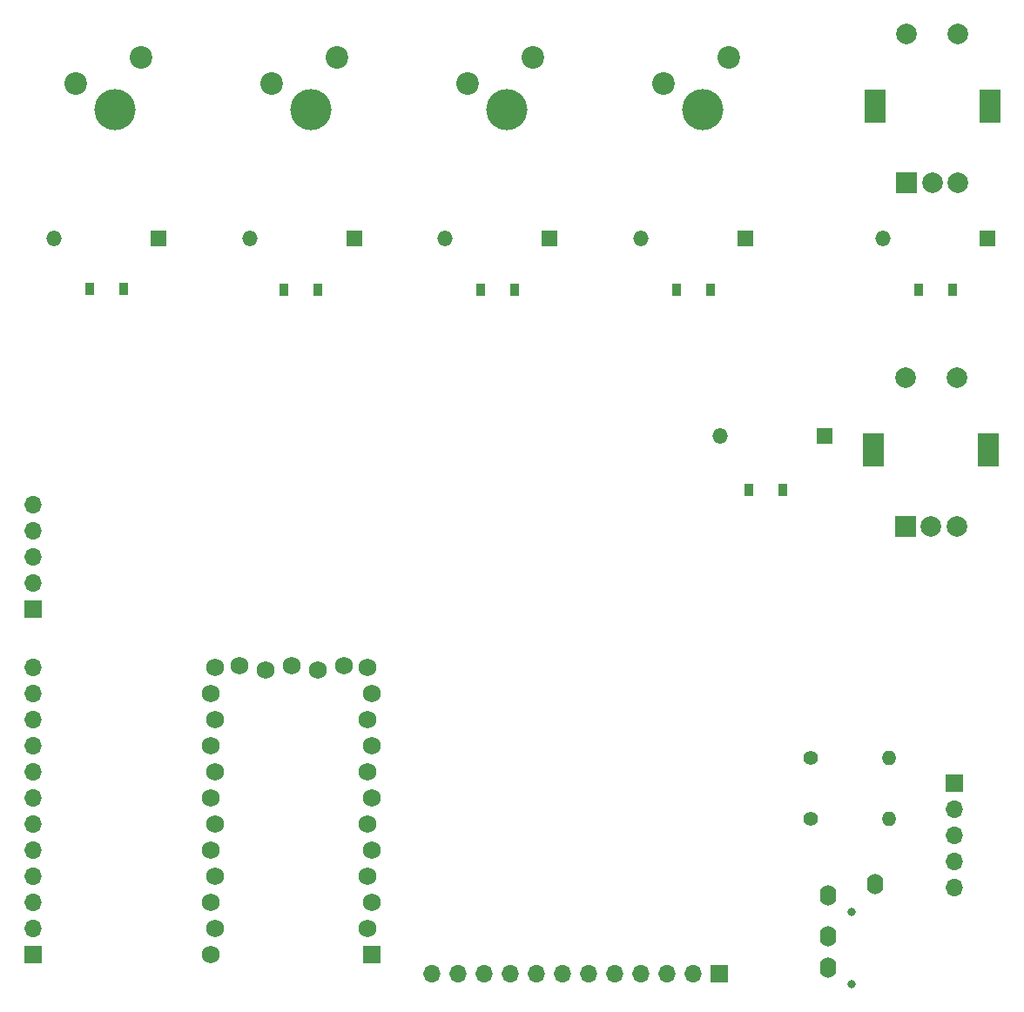
<source format=gbr>
%TF.GenerationSoftware,KiCad,Pcbnew,(6.0.10)*%
%TF.CreationDate,2023-01-18T22:34:27-08:00*%
%TF.ProjectId,shitpad,73686974-7061-4642-9e6b-696361645f70,rev?*%
%TF.SameCoordinates,Original*%
%TF.FileFunction,Soldermask,Top*%
%TF.FilePolarity,Negative*%
%FSLAX46Y46*%
G04 Gerber Fmt 4.6, Leading zero omitted, Abs format (unit mm)*
G04 Created by KiCad (PCBNEW (6.0.10)) date 2023-01-18 22:34:27*
%MOMM*%
%LPD*%
G01*
G04 APERTURE LIST*
%ADD10C,2.200000*%
%ADD11C,4.000000*%
%ADD12O,1.400000X1.400000*%
%ADD13C,1.400000*%
%ADD14C,2.000000*%
%ADD15R,2.000000X3.200000*%
%ADD16R,2.000000X2.000000*%
%ADD17R,0.900000X1.200000*%
%ADD18O,1.500000X1.500000*%
%ADD19R,1.500000X1.500000*%
%ADD20O,1.600000X2.000000*%
%ADD21C,0.800000*%
%ADD22O,1.700000X1.700000*%
%ADD23R,1.700000X1.700000*%
%ADD24C,1.752600*%
%ADD25R,1.752600X1.752600*%
G04 APERTURE END LIST*
D10*
%TO.C,SW1*%
X115972000Y-58876250D03*
X109622000Y-61416250D03*
D11*
X113432000Y-63956250D03*
%TD*%
D12*
%TO.C,R2*%
X150610000Y-127000000D03*
D13*
X142990000Y-127000000D03*
%TD*%
D12*
%TO.C,R1*%
X150610000Y-133000000D03*
D13*
X142990000Y-133000000D03*
%TD*%
D14*
%TO.C,SW6*%
X152207000Y-90043750D03*
X157207000Y-90043750D03*
D15*
X149107000Y-97043750D03*
X160307000Y-97043750D03*
D14*
X154707000Y-104543750D03*
X157207000Y-104543750D03*
D16*
X152207000Y-104543750D03*
%TD*%
D17*
%TO.C,D12*%
X136975750Y-101000000D03*
X140275750Y-101000000D03*
%TD*%
%TO.C,D11*%
X153475750Y-81500000D03*
X156775750Y-81500000D03*
%TD*%
D18*
%TO.C,D10*%
X134228250Y-95706250D03*
D19*
X144388250Y-95706250D03*
%TD*%
D18*
%TO.C,D9*%
X150000000Y-76500000D03*
D19*
X160160000Y-76500000D03*
%TD*%
D14*
%TO.C,SW5*%
X152325750Y-56600000D03*
X157325750Y-56600000D03*
D15*
X149225750Y-63600000D03*
X160425750Y-63600000D03*
D14*
X154825750Y-71100000D03*
X157325750Y-71100000D03*
D16*
X152325750Y-71100000D03*
%TD*%
D20*
%TO.C,T1*%
X144700000Y-144412500D03*
D21*
X147000000Y-149012500D03*
X147000000Y-142012500D03*
D20*
X144700000Y-147412500D03*
X144700000Y-140412500D03*
X149300000Y-139312500D03*
%TD*%
D22*
%TO.C,X1*%
X157000000Y-139660000D03*
X157000000Y-137120000D03*
X157000000Y-134580000D03*
X157000000Y-132040000D03*
D23*
X157000000Y-129500000D03*
%TD*%
D22*
%TO.C,J3*%
X67394500Y-118253750D03*
X67394500Y-120793750D03*
X67394500Y-123333750D03*
X67394500Y-125873750D03*
X67394500Y-128413750D03*
X67394500Y-130953750D03*
X67394500Y-133493750D03*
X67394500Y-136033750D03*
X67394500Y-138573750D03*
X67394500Y-141113750D03*
X67394500Y-143653750D03*
D23*
X67394500Y-146193750D03*
%TD*%
D22*
%TO.C,J2*%
X67394500Y-102373750D03*
X67394500Y-104913750D03*
X67394500Y-107453750D03*
X67394500Y-109993750D03*
D23*
X67394500Y-112533750D03*
%TD*%
%TO.C,J1*%
X134120000Y-148000000D03*
D22*
X131580000Y-148000000D03*
X129040000Y-148000000D03*
X126500000Y-148000000D03*
X123960000Y-148000000D03*
X121420000Y-148000000D03*
X118880000Y-148000000D03*
X116340000Y-148000000D03*
X113800000Y-148000000D03*
X111260000Y-148000000D03*
X108720000Y-148000000D03*
X106180000Y-148000000D03*
%TD*%
D10*
%TO.C,SW4*%
X96922000Y-58876250D03*
X90572000Y-61416250D03*
D11*
X94382000Y-63956250D03*
%TD*%
D18*
%TO.C,D8*%
X88500000Y-76500000D03*
D19*
X98660000Y-76500000D03*
%TD*%
%TO.C,D7*%
X79580000Y-76500000D03*
D18*
X69420000Y-76500000D03*
%TD*%
D19*
%TO.C,D6*%
X136660000Y-76500000D03*
D18*
X126500000Y-76500000D03*
%TD*%
%TO.C,D5*%
X107420000Y-76500000D03*
D19*
X117580000Y-76500000D03*
%TD*%
D24*
%TO.C,U1*%
X97580000Y-118020150D03*
X95040000Y-118477350D03*
X92500000Y-118020150D03*
X89960000Y-118477350D03*
X87420000Y-118020150D03*
X84651400Y-146188750D03*
X99891400Y-118248750D03*
X85108600Y-143648750D03*
X84651400Y-141108750D03*
X85108600Y-138568750D03*
X84651400Y-136028750D03*
X85108600Y-133488750D03*
X84651400Y-130948750D03*
X85108600Y-128408750D03*
X84651400Y-125868750D03*
X85108600Y-123328750D03*
X84651400Y-120788750D03*
X85108600Y-118248750D03*
X100348600Y-120788750D03*
X99891400Y-123328750D03*
X100348600Y-125868750D03*
X99891400Y-128408750D03*
X100348600Y-130948750D03*
X99891400Y-133488750D03*
X100348600Y-136028750D03*
X99891400Y-138568750D03*
X100348600Y-141108750D03*
X99891400Y-143648750D03*
D25*
X100348600Y-146188750D03*
%TD*%
D11*
%TO.C,SW3*%
X75332000Y-63956250D03*
D10*
X71522000Y-61416250D03*
X77872000Y-58876250D03*
%TD*%
%TO.C,SW2*%
X135022000Y-58876250D03*
X128672000Y-61416250D03*
D11*
X132482000Y-63956250D03*
%TD*%
D17*
%TO.C,D4*%
X95100750Y-81500000D03*
X91800750Y-81500000D03*
%TD*%
%TO.C,D3*%
X72888250Y-81418750D03*
X76188250Y-81418750D03*
%TD*%
%TO.C,D2*%
X133275750Y-81500000D03*
X129975750Y-81500000D03*
%TD*%
%TO.C,D1*%
X110900000Y-81500000D03*
X114200000Y-81500000D03*
%TD*%
M02*

</source>
